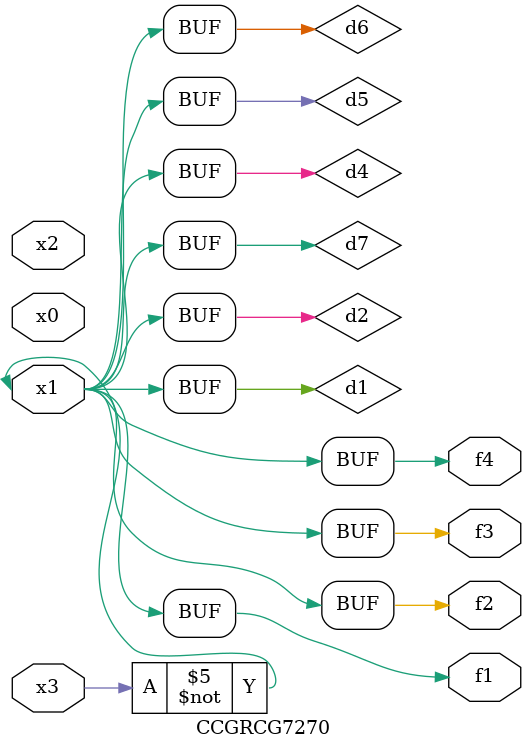
<source format=v>
module CCGRCG7270(
	input x0, x1, x2, x3,
	output f1, f2, f3, f4
);

	wire d1, d2, d3, d4, d5, d6, d7;

	not (d1, x3);
	buf (d2, x1);
	xnor (d3, d1, d2);
	nor (d4, d1);
	buf (d5, d1, d2);
	buf (d6, d4, d5);
	nand (d7, d4);
	assign f1 = d6;
	assign f2 = d7;
	assign f3 = d6;
	assign f4 = d6;
endmodule

</source>
